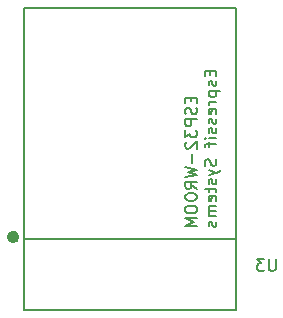
<source format=gbr>
G04 #@! TF.GenerationSoftware,KiCad,Pcbnew,(5.0.0)*
G04 #@! TF.CreationDate,2022-12-05T21:19:23-03:00*
G04 #@! TF.ProjectId,Projeto final,50726F6A65746F2066696E616C2E6B69,rev?*
G04 #@! TF.SameCoordinates,Original*
G04 #@! TF.FileFunction,Legend,Bot*
G04 #@! TF.FilePolarity,Positive*
%FSLAX46Y46*%
G04 Gerber Fmt 4.6, Leading zero omitted, Abs format (unit mm)*
G04 Created by KiCad (PCBNEW (5.0.0)) date 12/05/22 21:19:23*
%MOMM*%
%LPD*%
G01*
G04 APERTURE LIST*
%ADD10C,0.150000*%
%ADD11C,0.500000*%
G04 APERTURE END LIST*
D10*
G04 #@! TO.C,U3*
X170340000Y-118310000D02*
X152340000Y-118310000D01*
X170340000Y-92810000D02*
X152340000Y-92810000D01*
X170340000Y-118310000D02*
X170340000Y-92810000D01*
X152340000Y-118310000D02*
X152340000Y-92810000D01*
X170340000Y-112310000D02*
X152340000Y-112310000D01*
D11*
X151717981Y-112164000D02*
G75*
G03X151717981Y-112164000I-283981J0D01*
G01*
D10*
X173658904Y-114029380D02*
X173658904Y-114838904D01*
X173611285Y-114934142D01*
X173563666Y-114981761D01*
X173468428Y-115029380D01*
X173277952Y-115029380D01*
X173182714Y-114981761D01*
X173135095Y-114934142D01*
X173087476Y-114838904D01*
X173087476Y-114029380D01*
X172706523Y-114029380D02*
X172087476Y-114029380D01*
X172420809Y-114410333D01*
X172277952Y-114410333D01*
X172182714Y-114457952D01*
X172135095Y-114505571D01*
X172087476Y-114600809D01*
X172087476Y-114838904D01*
X172135095Y-114934142D01*
X172182714Y-114981761D01*
X172277952Y-115029380D01*
X172563666Y-115029380D01*
X172658904Y-114981761D01*
X172706523Y-114934142D01*
X166475571Y-100361619D02*
X166475571Y-100694952D01*
X166999380Y-100837809D02*
X166999380Y-100361619D01*
X165999380Y-100361619D01*
X165999380Y-100837809D01*
X166951761Y-101218761D02*
X166999380Y-101361619D01*
X166999380Y-101599714D01*
X166951761Y-101694952D01*
X166904142Y-101742571D01*
X166808904Y-101790190D01*
X166713666Y-101790190D01*
X166618428Y-101742571D01*
X166570809Y-101694952D01*
X166523190Y-101599714D01*
X166475571Y-101409238D01*
X166427952Y-101313999D01*
X166380333Y-101266380D01*
X166285095Y-101218761D01*
X166189857Y-101218761D01*
X166094619Y-101266380D01*
X166047000Y-101313999D01*
X165999380Y-101409238D01*
X165999380Y-101647333D01*
X166047000Y-101790190D01*
X166999380Y-102218761D02*
X165999380Y-102218761D01*
X165999380Y-102599714D01*
X166047000Y-102694952D01*
X166094619Y-102742571D01*
X166189857Y-102790190D01*
X166332714Y-102790190D01*
X166427952Y-102742571D01*
X166475571Y-102694952D01*
X166523190Y-102599714D01*
X166523190Y-102218761D01*
X165999380Y-103123523D02*
X165999380Y-103742571D01*
X166380333Y-103409238D01*
X166380333Y-103552095D01*
X166427952Y-103647333D01*
X166475571Y-103694952D01*
X166570809Y-103742571D01*
X166808904Y-103742571D01*
X166904142Y-103694952D01*
X166951761Y-103647333D01*
X166999380Y-103552095D01*
X166999380Y-103266380D01*
X166951761Y-103171142D01*
X166904142Y-103123523D01*
X166094619Y-104123523D02*
X166047000Y-104171142D01*
X165999380Y-104266380D01*
X165999380Y-104504476D01*
X166047000Y-104599714D01*
X166094619Y-104647333D01*
X166189857Y-104694952D01*
X166285095Y-104694952D01*
X166427952Y-104647333D01*
X166999380Y-104075904D01*
X166999380Y-104694952D01*
X166618428Y-105123523D02*
X166618428Y-105885428D01*
X165999380Y-106266380D02*
X166999380Y-106504476D01*
X166285095Y-106694952D01*
X166999380Y-106885428D01*
X165999380Y-107123523D01*
X166999380Y-108075904D02*
X166523190Y-107742571D01*
X166999380Y-107504476D02*
X165999380Y-107504476D01*
X165999380Y-107885428D01*
X166046999Y-107980666D01*
X166094619Y-108028285D01*
X166189857Y-108075904D01*
X166332714Y-108075904D01*
X166427952Y-108028285D01*
X166475571Y-107980666D01*
X166523190Y-107885428D01*
X166523190Y-107504476D01*
X165999380Y-108694952D02*
X165999380Y-108885428D01*
X166046999Y-108980666D01*
X166142238Y-109075904D01*
X166332714Y-109123523D01*
X166666047Y-109123523D01*
X166856523Y-109075904D01*
X166951761Y-108980666D01*
X166999380Y-108885428D01*
X166999380Y-108694952D01*
X166951761Y-108599714D01*
X166856523Y-108504476D01*
X166666047Y-108456857D01*
X166332714Y-108456857D01*
X166142238Y-108504476D01*
X166046999Y-108599714D01*
X165999380Y-108694952D01*
X165999380Y-109742571D02*
X165999380Y-109933047D01*
X166046999Y-110028285D01*
X166142238Y-110123523D01*
X166332714Y-110171142D01*
X166666047Y-110171142D01*
X166856523Y-110123523D01*
X166951761Y-110028285D01*
X166999380Y-109933047D01*
X166999380Y-109742571D01*
X166951761Y-109647333D01*
X166856523Y-109552095D01*
X166666047Y-109504476D01*
X166332714Y-109504476D01*
X166142238Y-109552095D01*
X166046999Y-109647333D01*
X165999380Y-109742571D01*
X166999380Y-110599714D02*
X165999380Y-110599714D01*
X166713666Y-110933047D01*
X165999380Y-111266380D01*
X166999380Y-111266380D01*
X168126571Y-98099571D02*
X168126571Y-98432904D01*
X168650380Y-98575761D02*
X168650380Y-98099571D01*
X167650380Y-98099571D01*
X167650380Y-98575761D01*
X168602761Y-98956714D02*
X168650380Y-99051952D01*
X168650380Y-99242428D01*
X168602761Y-99337666D01*
X168507523Y-99385285D01*
X168459904Y-99385285D01*
X168364666Y-99337666D01*
X168317047Y-99242428D01*
X168317047Y-99099571D01*
X168269428Y-99004333D01*
X168174190Y-98956714D01*
X168126571Y-98956714D01*
X168031333Y-99004333D01*
X167983714Y-99099571D01*
X167983714Y-99242428D01*
X168031333Y-99337666D01*
X167983714Y-99813857D02*
X168983714Y-99813857D01*
X168031333Y-99813857D02*
X167983714Y-99909095D01*
X167983714Y-100099571D01*
X168031333Y-100194809D01*
X168078952Y-100242428D01*
X168174190Y-100290047D01*
X168459904Y-100290047D01*
X168555142Y-100242428D01*
X168602761Y-100194809D01*
X168650380Y-100099571D01*
X168650380Y-99909095D01*
X168602761Y-99813857D01*
X168650380Y-100718619D02*
X167983714Y-100718619D01*
X168174190Y-100718619D02*
X168078952Y-100766238D01*
X168031333Y-100813857D01*
X167983714Y-100909095D01*
X167983714Y-101004333D01*
X168602761Y-101718619D02*
X168650380Y-101623380D01*
X168650380Y-101432904D01*
X168602761Y-101337666D01*
X168507523Y-101290047D01*
X168126571Y-101290047D01*
X168031333Y-101337666D01*
X167983714Y-101432904D01*
X167983714Y-101623380D01*
X168031333Y-101718619D01*
X168126571Y-101766238D01*
X168221809Y-101766238D01*
X168317047Y-101290047D01*
X168602761Y-102147190D02*
X168650380Y-102242428D01*
X168650380Y-102432904D01*
X168602761Y-102528142D01*
X168507523Y-102575761D01*
X168459904Y-102575761D01*
X168364666Y-102528142D01*
X168317047Y-102432904D01*
X168317047Y-102290047D01*
X168269428Y-102194809D01*
X168174190Y-102147190D01*
X168126571Y-102147190D01*
X168031333Y-102194809D01*
X167983714Y-102290047D01*
X167983714Y-102432904D01*
X168031333Y-102528142D01*
X168602761Y-102956714D02*
X168650380Y-103051952D01*
X168650380Y-103242428D01*
X168602761Y-103337666D01*
X168507523Y-103385285D01*
X168459904Y-103385285D01*
X168364666Y-103337666D01*
X168317047Y-103242428D01*
X168317047Y-103099571D01*
X168269428Y-103004333D01*
X168174190Y-102956714D01*
X168126571Y-102956714D01*
X168031333Y-103004333D01*
X167983714Y-103099571D01*
X167983714Y-103242428D01*
X168031333Y-103337666D01*
X168650380Y-103813857D02*
X167983714Y-103813857D01*
X167650380Y-103813857D02*
X167698000Y-103766238D01*
X167745619Y-103813857D01*
X167698000Y-103861476D01*
X167650380Y-103813857D01*
X167745619Y-103813857D01*
X167983714Y-104147190D02*
X167983714Y-104528142D01*
X168650380Y-104290047D02*
X167793238Y-104290047D01*
X167698000Y-104337666D01*
X167650380Y-104432904D01*
X167650380Y-104528142D01*
X168602761Y-105575761D02*
X168650380Y-105718619D01*
X168650380Y-105956714D01*
X168602761Y-106051952D01*
X168555142Y-106099571D01*
X168459904Y-106147190D01*
X168364666Y-106147190D01*
X168269428Y-106099571D01*
X168221809Y-106051952D01*
X168174190Y-105956714D01*
X168126571Y-105766238D01*
X168078952Y-105671000D01*
X168031333Y-105623380D01*
X167936095Y-105575761D01*
X167840857Y-105575761D01*
X167745619Y-105623380D01*
X167697999Y-105671000D01*
X167650380Y-105766238D01*
X167650380Y-106004333D01*
X167697999Y-106147190D01*
X167983714Y-106480523D02*
X168650380Y-106718619D01*
X167983714Y-106956714D02*
X168650380Y-106718619D01*
X168888476Y-106623380D01*
X168936095Y-106575761D01*
X168983714Y-106480523D01*
X168602761Y-107290047D02*
X168650380Y-107385285D01*
X168650380Y-107575761D01*
X168602761Y-107671000D01*
X168507523Y-107718619D01*
X168459904Y-107718619D01*
X168364666Y-107671000D01*
X168317047Y-107575761D01*
X168317047Y-107432904D01*
X168269428Y-107337666D01*
X168174190Y-107290047D01*
X168126571Y-107290047D01*
X168031333Y-107337666D01*
X167983714Y-107432904D01*
X167983714Y-107575761D01*
X168031333Y-107671000D01*
X167983714Y-108004333D02*
X167983714Y-108385285D01*
X167650380Y-108147190D02*
X168507523Y-108147190D01*
X168602761Y-108194809D01*
X168650380Y-108290047D01*
X168650380Y-108385285D01*
X168602761Y-109099571D02*
X168650380Y-109004333D01*
X168650380Y-108813857D01*
X168602761Y-108718619D01*
X168507523Y-108671000D01*
X168126571Y-108671000D01*
X168031333Y-108718619D01*
X167983714Y-108813857D01*
X167983714Y-109004333D01*
X168031333Y-109099571D01*
X168126571Y-109147190D01*
X168221809Y-109147190D01*
X168317047Y-108671000D01*
X168650380Y-109575761D02*
X167983714Y-109575761D01*
X168078952Y-109575761D02*
X168031333Y-109623380D01*
X167983714Y-109718619D01*
X167983714Y-109861476D01*
X168031333Y-109956714D01*
X168126571Y-110004333D01*
X168650380Y-110004333D01*
X168126571Y-110004333D02*
X168031333Y-110051952D01*
X167983714Y-110147190D01*
X167983714Y-110290047D01*
X168031333Y-110385285D01*
X168126571Y-110432904D01*
X168650380Y-110432904D01*
X168602761Y-110861476D02*
X168650380Y-110956714D01*
X168650380Y-111147190D01*
X168602761Y-111242428D01*
X168507523Y-111290047D01*
X168459904Y-111290047D01*
X168364666Y-111242428D01*
X168317047Y-111147190D01*
X168317047Y-111004333D01*
X168269428Y-110909095D01*
X168174190Y-110861476D01*
X168126571Y-110861476D01*
X168031333Y-110909095D01*
X167983714Y-111004333D01*
X167983714Y-111147190D01*
X168031333Y-111242428D01*
G04 #@! TD*
M02*

</source>
